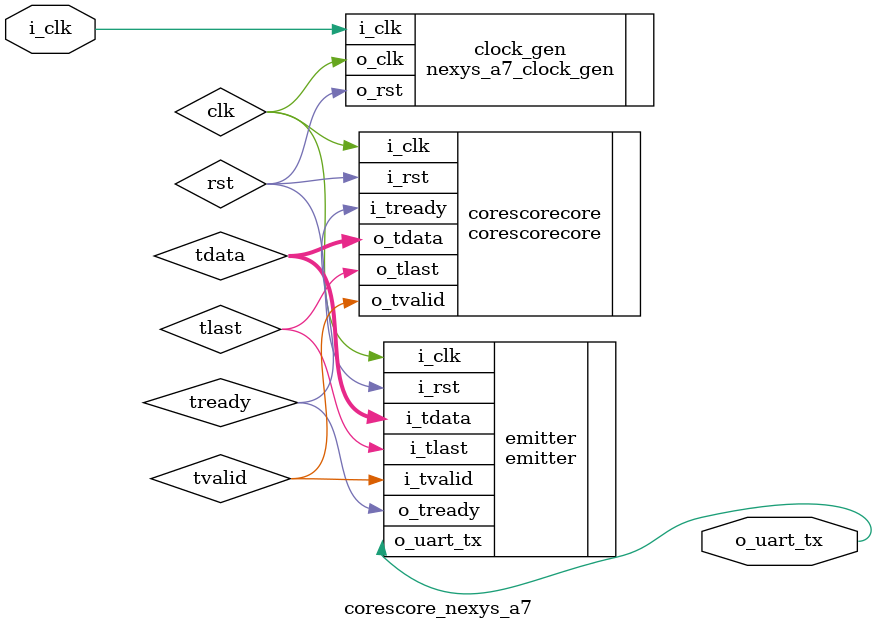
<source format=v>

`default_nettype none
module corescore_nexys_a7
(
 input wire  i_clk,
 output wire o_uart_tx);

   wire      clk;
   wire      rst;

   nexys_a7_clock_gen clock_gen
     (.i_clk (i_clk),
      .o_clk (clk),
      .o_rst (rst));

   parameter memfile_emitter = "emitter.hex";

   wire [7:0]  tdata;
   wire        tlast;
   wire        tvalid;
   wire        tready;

   corescorecore corescorecore
     (.i_clk     (clk),
      .i_rst     (rst),
      .o_tdata   (tdata),
      .o_tlast   (tlast),
      .o_tvalid  (tvalid),
      .i_tready  (tready));

   emitter #(.memfile (memfile_emitter)) emitter
     (.i_clk     (clk),
      .i_rst     (rst),
      .i_tdata   (tdata),
      .i_tlast   (tlast),
      .i_tvalid  (tvalid),
      .o_tready  (tready),
      .o_uart_tx (o_uart_tx));

endmodule

</source>
